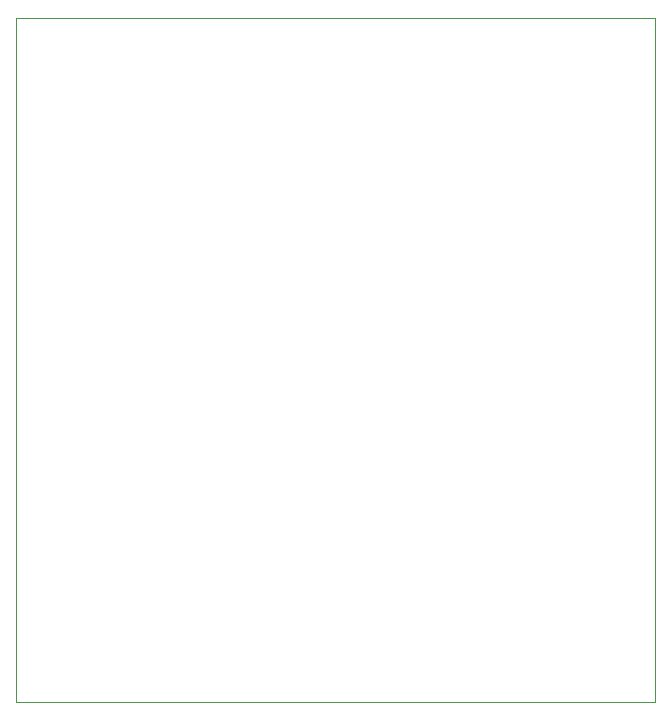
<source format=gbr>
%TF.GenerationSoftware,KiCad,Pcbnew,8.0.6*%
%TF.CreationDate,2025-01-14T17:09:45+01:00*%
%TF.ProjectId,Nivelador Laser,4e697665-6c61-4646-9f72-204c61736572,rev?*%
%TF.SameCoordinates,Original*%
%TF.FileFunction,Profile,NP*%
%FSLAX46Y46*%
G04 Gerber Fmt 4.6, Leading zero omitted, Abs format (unit mm)*
G04 Created by KiCad (PCBNEW 8.0.6) date 2025-01-14 17:09:45*
%MOMM*%
%LPD*%
G01*
G04 APERTURE LIST*
%TA.AperFunction,Profile*%
%ADD10C,0.050000*%
%TD*%
G04 APERTURE END LIST*
D10*
X153162000Y-43688000D02*
X207264000Y-43688000D01*
X207264000Y-101600000D01*
X153162000Y-101600000D01*
X153162000Y-43688000D01*
M02*

</source>
